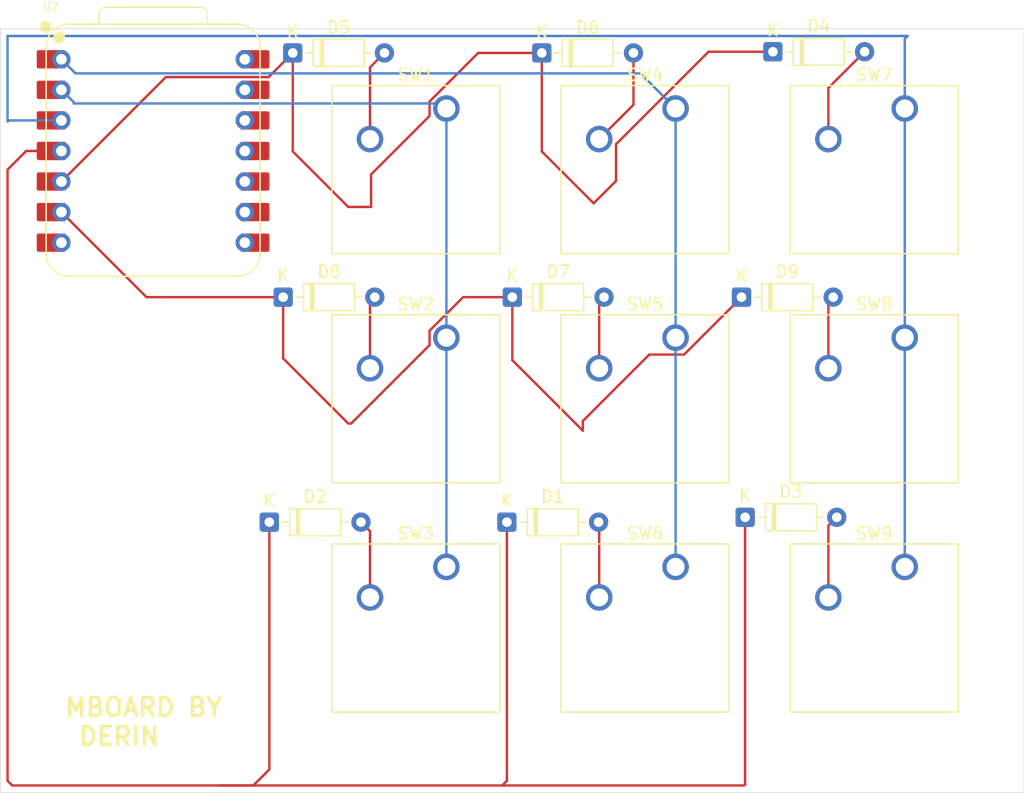
<source format=kicad_pcb>
(kicad_pcb (version 20241229) (generator "pcbnew") (generator_version "9.0")
  (layers (0 "F.Cu" signal) (2 "B.Cu" signal) (13 "F.Paste" user) (15 "B.Paste" user) (5 "F.SilkS" user "F.Silkscreen") (7 "B.SilkS" user "B.Silkscreen") (1 "F.Mask" user) (3 "B.Mask" user) (25 "Edge.Cuts" user))
  (net 0 "")
  (net 1 "GND")
  (net 2 "+5V")
  (net 3 "row1")
  (net 4 "Net-(D1-A)")
  (net 5 "Net-(D2-A)")
  (net 7 "Net-(D3-A)")
  (net 8 "Net-(D4-A)")
  (net 10 "row 2")
  (net 11 "Net-(D5-A)")
  (net 12 "Net-(D6-A)")
  (net 13 "Net-(D7-A)")
  (net 14 "row 3")
  (net 15 "Net-(D8-A)")
  (net 16 "Net-(D9-A)")
  (net 19 "col 1")
  (net 20 "col 3")
  (net 22 "col 2")
  (footprint "Button_Switch_Keyboard:SW_Cherry_MX_1.00u_PCB" (layer "F.Cu") (at 169.16 85.37)
    (property "Reference" "SW8" (at -2.54 -2.794 0) (layer "F.SilkS"))
    (property "Value" "SW_Push_45deg")
    (fp_line (start -9.525 -1.905) (end 4.445 -1.905) (stroke (width 0.12)) (layer "F.SilkS"))
    (fp_line (start -9.525 12.065) (end -9.525 -1.905) (stroke (width 0.12)) (layer "F.SilkS"))
    (fp_line (start 4.445 -1.905) (end 4.445 12.065) (stroke (width 0.12)) (layer "F.SilkS"))
    (fp_line (start 4.445 12.065) (end -9.525 12.065) (stroke (width 0.12)) (layer "F.SilkS"))
    (pad "" np_thru_hole circle (at -7.62 5.08) (size 1.7 1.7) (drill 1.7) (layers "*.Cu" "*.Mask"))
    (pad "" np_thru_hole circle (at -2.54 5.08) (size 4 4) (drill 4) (layers "*.Cu" "*.Mask"))
    (pad "" np_thru_hole circle (at 2.54 5.08) (size 1.7 1.7) (drill 1.7) (layers "*.Cu" "*.Mask"))
    (pad "1" thru_hole circle (at 0 0) (size 2.2 2.2) (drill 1.5) (layers "*.Cu" "*.Mask") (net 20 "col 3"))
    (pad "2" thru_hole circle (at -6.35 2.54) (size 2.2 2.2) (drill 1.5) (layers "*.Cu" "*.Mask") (net 16 "Net-(D9-A)"))
  )
  (footprint "Diode_THT:D_DO-35_SOD27_P7.62mm_Horizontal" (layer "F.Cu") (at 118.29 61.7)
    (property "Reference" "D5" (at 3.81 -2.12 0) (layer "F.SilkS"))
    (property "Value" "1N4148WT")
    (fp_line (start 1.04 0) (end 1.69 0) (stroke (width 0.12)) (layer "F.SilkS"))
    (fp_line (start 2.29 -1.12) (end 2.29 1.12) (stroke (width 0.12)) (layer "F.SilkS"))
    (fp_line (start 2.41 -1.12) (end 2.41 1.12) (stroke (width 0.12)) (layer "F.SilkS"))
    (fp_line (start 2.53 -1.12) (end 2.53 1.12) (stroke (width 0.12)) (layer "F.SilkS"))
    (fp_line (start 6.58 0) (end 5.93 0) (stroke (width 0.12)) (layer "F.SilkS"))
    (fp_rect (start 1.69 -1.12) (end 5.93 1.12) (stroke (width 0.12)) (fill no) (layer "F.SilkS"))
    (fp_text user "K" (at 0 -1.8 0) (layer "F.SilkS"))
    (pad "1" thru_hole roundrect (at 0 0) (size 1.6 1.6) (drill 0.8) (layers "*.Cu" "*.Mask") (roundrect_rratio 0.15625) (net 10 "row 2"))
    (pad "2" thru_hole circle (at 7.62 0) (size 1.6 1.6) (drill 0.8) (layers "*.Cu" "*.Mask") (net 11 "Net-(D5-A)"))
  )
  (footprint "Diode_THT:D_DO-35_SOD27_P7.62mm_Horizontal" (layer "F.Cu") (at 116.34 100.7)
    (property "Reference" "D2" (at 3.81 -2.12 0) (layer "F.SilkS"))
    (property "Value" "1N4148WT")
    (fp_line (start 1.04 0) (end 1.69 0) (stroke (width 0.12)) (layer "F.SilkS"))
    (fp_line (start 2.29 -1.12) (end 2.29 1.12) (stroke (width 0.12)) (layer "F.SilkS"))
    (fp_line (start 2.41 -1.12) (end 2.41 1.12) (stroke (width 0.12)) (layer "F.SilkS"))
    (fp_line (start 2.53 -1.12) (end 2.53 1.12) (stroke (width 0.12)) (layer "F.SilkS"))
    (fp_line (start 6.58 0) (end 5.93 0) (stroke (width 0.12)) (layer "F.SilkS"))
    (fp_rect (start 1.69 -1.12) (end 5.93 1.12) (stroke (width 0.12)) (fill no) (layer "F.SilkS"))
    (fp_text user "K" (at 0 -1.8 0) (layer "F.SilkS"))
    (pad "1" thru_hole roundrect (at 0 0) (size 1.6 1.6) (drill 0.8) (layers "*.Cu" "*.Mask") (roundrect_rratio 0.15625) (net 3 "row1"))
    (pad "2" thru_hole circle (at 7.62 0) (size 1.6 1.6) (drill 0.8) (layers "*.Cu" "*.Mask") (net 5 "Net-(D2-A)"))
  )
  (footprint "OPL:XIAO-RP2040-DIP" (layer "F.Cu") (at 106.68 69.85)
    (property "Reference" "U2" (at -8.5 -12 0) (layer "F.SilkS") (effects (font (size 0.635 0.635) (thickness 0.1016))))
    (property "Value" "XIAO-RP2040-DIP")
    (fp_line (start -8.89 8.509) (end -8.89 -8.636) (stroke (width 0.127)) (layer "F.SilkS"))
    (fp_line (start -6.985 10.414) (end 6.985 10.414) (stroke (width 0.127)) (layer "F.SilkS"))
    (fp_line (start -4.495 -10.541) (end -4.491272 -11.451272) (stroke (width 0.127)) (layer "F.SilkS"))
    (fp_line (start -3.991272 -11.951) (end 4.004 -11.951) (stroke (width 0.127)) (layer "F.SilkS"))
    (fp_line (start 4.504 -11.451) (end 4.504 -10.541) (stroke (width 0.127)) (layer "F.SilkS"))
    (fp_line (start 6.985 -10.541) (end -6.985 -10.541) (stroke (width 0.1)) (layer "F.SilkS"))
    (fp_line (start 6.985 -10.541) (end -6.985 -10.541) (stroke (width 0.127)) (layer "F.SilkS"))
    (fp_line (start 8.89 8.509) (end 8.89 -8.636) (stroke (width 0.127)) (layer "F.SilkS"))
    (fp_arc (start -8.89 -8.636) (mid -8.332038 -9.983038) (end -6.985 -10.541) (stroke (width 0.127)) (layer "F.SilkS"))
    (fp_arc (start -6.985 10.414) (mid -8.332038 9.856038) (end -8.89 8.509) (stroke (width 0.127)) (layer "F.SilkS"))
    (fp_arc (start -4.491272 -11.451272) (mid -4.344728 -11.80464) (end -3.991272 -11.951) (stroke (width 0.127)) (layer "F.SilkS"))
    (fp_arc (start 4.004 -11.951) (mid 4.357553 -11.804553) (end 4.504 -11.451) (stroke (width 0.127)) (layer "F.SilkS"))
    (fp_arc (start 6.985 -10.541) (mid 8.332038 -9.983038) (end 8.89 -8.636) (stroke (width 0.127)) (layer "F.SilkS"))
    (fp_arc (start 8.89 8.509) (mid 8.332038 9.856038) (end 6.985 10.414) (stroke (width 0.127)) (layer "F.SilkS"))
    (fp_circle (center -8.95 -10.3) (end -8.95 -10.554) (stroke (width 0.5)) (fill yes) (layer "F.SilkS"))
    (fp_circle (center -7.807 -9.42) (end -7.807 -9.674) (stroke (width 0.5)) (fill yes) (layer "F.SilkS"))
    (pad "1" smd roundrect (at -8.455 -7.62 180) (size 2.432 1.524) (layers "F.Cu" "F.Mask") (roundrect_rratio 0.1) (net 19 "col 1"))
    (pad "1" thru_hole circle (at -7.62 -7.62 180) (size 1.524 1.524) (drill 0.889) (layers "*.Cu" "*.Mask") (net 19 "col 1"))
    (pad "2" smd roundrect (at -8.455 -5.08 180) (size 2.432 1.524) (layers "F.Cu" "F.Mask") (roundrect_rratio 0.1) (net 22 "col 2"))
    (pad "2" thru_hole circle (at -7.62 -5.08 180) (size 1.524 1.524) (drill 0.889) (layers "*.Cu" "*.Mask") (net 22 "col 2"))
    (pad "3" smd roundrect (at -8.455 -2.54 180) (size 2.432 1.524) (layers "F.Cu" "F.Mask") (roundrect_rratio 0.1) (net 20 "col 3"))
    (pad "3" thru_hole circle (at -7.62 -2.54 180) (size 1.524 1.524) (drill 0.889) (layers "*.Cu" "*.Mask") (net 20 "col 3"))
    (pad "4" smd roundrect (at -8.455 0 180) (size 2.432 1.524) (layers "F.Cu" "F.Mask") (roundrect_rratio 0.1) (net 3 "row1"))
    (pad "4" thru_hole circle (at -7.62 0 180) (size 1.524 1.524) (drill 0.889) (layers "*.Cu" "*.Mask") (net 3 "row1"))
    (pad "5" smd roundrect (at -8.455 2.54 180) (size 2.432 1.524) (layers "F.Cu" "F.Mask") (roundrect_rratio 0.1) (net 10 "row 2"))
    (pad "5" thru_hole circle (at -7.62 2.54 180) (size 1.524 1.524) (drill 0.889) (layers "*.Cu" "*.Mask") (net 10 "row 2"))
    (pad "6" smd roundrect (at -8.455 5.08 180) (size 2.432 1.524) (layers "F.Cu" "F.Mask") (roundrect_rratio 0.1) (net 14 "row 3"))
    (pad "6" thru_hole circle (at -7.62 5.08 180) (size 1.524 1.524) (drill 0.889) (layers "*.Cu" "*.Mask") (net 14 "row 3"))
    (pad "7" smd roundrect (at -8.455 7.62 180) (size 2.432 1.524) (layers "F.Cu" "F.Mask") (roundrect_rratio 0.1))
    (pad "7" thru_hole circle (at -7.62 7.62 180) (size 1.524 1.524) (drill 0.889) (layers "*.Cu" "*.Mask"))
    (pad "8" thru_hole circle (at 7.62 7.62) (size 1.524 1.524) (drill 0.889) (layers "*.Cu" "*.Mask"))
    (pad "8" smd roundrect (at 8.455 7.62) (size 2.432 1.524) (layers "F.Cu" "F.Mask") (roundrect_rratio 0.1))
    (pad "9" thru_hole circle (at 7.62 5.08) (size 1.524 1.524) (drill 0.889) (layers "*.Cu" "*.Mask"))
    (pad "9" smd roundrect (at 8.455 5.08) (size 2.432 1.524) (layers "F.Cu" "F.Mask") (roundrect_rratio 0.1))
    (pad "10" thru_hole circle (at 7.62 2.54) (size 1.524 1.524) (drill 0.889) (layers "*.Cu" "*.Mask"))
    (pad "10" smd roundrect (at 8.455 2.54) (size 2.432 1.524) (layers "F.Cu" "F.Mask") (roundrect_rratio 0.1))
    (pad "11" thru_hole circle (at 7.62 0) (size 1.524 1.524) (drill 0.889) (layers "*.Cu" "*.Mask"))
    (pad "11" smd roundrect (at 8.455 0) (size 2.432 1.524) (layers "F.Cu" "F.Mask") (roundrect_rratio 0.1))
    (pad "12" thru_hole circle (at 7.62 -2.54) (size 1.524 1.524) (drill 0.889) (layers "*.Cu" "*.Mask"))
    (pad "12" smd roundrect (at 8.455 -2.54) (size 2.432 1.524) (layers "F.Cu" "F.Mask") (roundrect_rratio 0.1))
    (pad "13" thru_hole circle (at 7.62 -5.08) (size 1.524 1.524) (drill 0.889) (layers "*.Cu" "*.Mask") (net 1 "GND"))
    (pad "13" smd roundrect (at 8.455 -5.08) (size 2.432 1.524) (layers "F.Cu" "F.Mask") (roundrect_rratio 0.1) (net 1 "GND"))
    (pad "14" thru_hole circle (at 7.62 -7.62) (size 1.524 1.524) (drill 0.889) (layers "*.Cu" "*.Mask") (net 2 "+5V"))
    (pad "14" smd roundrect (at 8.455 -7.62) (size 2.432 1.524) (layers "F.Cu" "F.Mask") (roundrect_rratio 0.1) (net 2 "+5V"))
  )
  (footprint "Button_Switch_Keyboard:SW_Cherry_MX_1.00u_PCB" (layer "F.Cu") (at 169.16 66.32)
    (property "Reference" "SW7" (at -2.54 -2.794 0) (layer "F.SilkS"))
    (property "Value" "SW_Push_45deg")
    (fp_line (start -9.525 -1.905) (end 4.445 -1.905) (stroke (width 0.12)) (layer "F.SilkS"))
    (fp_line (start -9.525 12.065) (end -9.525 -1.905) (stroke (width 0.12)) (layer "F.SilkS"))
    (fp_line (start 4.445 -1.905) (end 4.445 12.065) (stroke (width 0.12)) (layer "F.SilkS"))
    (fp_line (start 4.445 12.065) (end -9.525 12.065) (stroke (width 0.12)) (layer "F.SilkS"))
    (pad "" np_thru_hole circle (at -7.62 5.08) (size 1.7 1.7) (drill 1.7) (layers "*.Cu" "*.Mask"))
    (pad "" np_thru_hole circle (at -2.54 5.08) (size 4 4) (drill 4) (layers "*.Cu" "*.Mask"))
    (pad "" np_thru_hole circle (at 2.54 5.08) (size 1.7 1.7) (drill 1.7) (layers "*.Cu" "*.Mask"))
    (pad "1" thru_hole circle (at 0 0) (size 2.2 2.2) (drill 1.5) (layers "*.Cu" "*.Mask") (net 20 "col 3"))
    (pad "2" thru_hole circle (at -6.35 2.54) (size 2.2 2.2) (drill 1.5) (layers "*.Cu" "*.Mask") (net 8 "Net-(D4-A)"))
  )
  (footprint "Diode_THT:D_DO-35_SOD27_P7.62mm_Horizontal" (layer "F.Cu") (at 155.89 100.3)
    (property "Reference" "D3" (at 3.81 -2.12 0) (layer "F.SilkS"))
    (property "Value" "1N4148WT")
    (fp_line (start 1.04 0) (end 1.69 0) (stroke (width 0.12)) (layer "F.SilkS"))
    (fp_line (start 2.29 -1.12) (end 2.29 1.12) (stroke (width 0.12)) (layer "F.SilkS"))
    (fp_line (start 2.41 -1.12) (end 2.41 1.12) (stroke (width 0.12)) (layer "F.SilkS"))
    (fp_line (start 2.53 -1.12) (end 2.53 1.12) (stroke (width 0.12)) (layer "F.SilkS"))
    (fp_line (start 6.58 0) (end 5.93 0) (stroke (width 0.12)) (layer "F.SilkS"))
    (fp_rect (start 1.69 -1.12) (end 5.93 1.12) (stroke (width 0.12)) (fill no) (layer "F.SilkS"))
    (fp_text user "K" (at 0 -1.8 0) (layer "F.SilkS"))
    (pad "1" thru_hole roundrect (at 0 0) (size 1.6 1.6) (drill 0.8) (layers "*.Cu" "*.Mask") (roundrect_rratio 0.15625) (net 3 "row1"))
    (pad "2" thru_hole circle (at 7.62 0) (size 1.6 1.6) (drill 0.8) (layers "*.Cu" "*.Mask") (net 7 "Net-(D3-A)"))
  )
  (footprint "Diode_THT:D_DO-35_SOD27_P7.62mm_Horizontal" (layer "F.Cu") (at 158.2 61.6)
    (property "Reference" "D4" (at 3.81 -2.12 0) (layer "F.SilkS"))
    (property "Value" "1N4148WT")
    (fp_line (start 1.04 0) (end 1.69 0) (stroke (width 0.12)) (layer "F.SilkS"))
    (fp_line (start 2.29 -1.12) (end 2.29 1.12) (stroke (width 0.12)) (layer "F.SilkS"))
    (fp_line (start 2.41 -1.12) (end 2.41 1.12) (stroke (width 0.12)) (layer "F.SilkS"))
    (fp_line (start 2.53 -1.12) (end 2.53 1.12) (stroke (width 0.12)) (layer "F.SilkS"))
    (fp_line (start 6.58 0) (end 5.93 0) (stroke (width 0.12)) (layer "F.SilkS"))
    (fp_rect (start 1.69 -1.12) (end 5.93 1.12) (stroke (width 0.12)) (fill no) (layer "F.SilkS"))
    (fp_text user "K" (at 0 -1.8 0) (layer "F.SilkS"))
    (pad "1" thru_hole roundrect (at 0 0) (size 1.6 1.6) (drill 0.8) (layers "*.Cu" "*.Mask") (roundrect_rratio 0.15625) (net 10 "row 2"))
    (pad "2" thru_hole circle (at 7.62 0) (size 1.6 1.6) (drill 0.8) (layers "*.Cu" "*.Mask") (net 8 "Net-(D4-A)"))
  )
  (footprint "Diode_THT:D_DO-35_SOD27_P7.62mm_Horizontal" (layer "F.Cu") (at 136.54 82)
    (property "Reference" "D7" (at 3.81 -2.12 0) (layer "F.SilkS"))
    (property "Value" "1N4148WT")
    (fp_line (start 1.04 0) (end 1.69 0) (stroke (width 0.12)) (layer "F.SilkS"))
    (fp_line (start 2.29 -1.12) (end 2.29 1.12) (stroke (width 0.12)) (layer "F.SilkS"))
    (fp_line (start 2.41 -1.12) (end 2.41 1.12) (stroke (width 0.12)) (layer "F.SilkS"))
    (fp_line (start 2.53 -1.12) (end 2.53 1.12) (stroke (width 0.12)) (layer "F.SilkS"))
    (fp_line (start 6.58 0) (end 5.93 0) (stroke (width 0.12)) (layer "F.SilkS"))
    (fp_rect (start 1.69 -1.12) (end 5.93 1.12) (stroke (width 0.12)) (fill no) (layer "F.SilkS"))
    (fp_text user "K" (at 0 -1.8 0) (layer "F.SilkS"))
    (pad "1" thru_hole roundrect (at 0 0) (size 1.6 1.6) (drill 0.8) (layers "*.Cu" "*.Mask") (roundrect_rratio 0.15625) (net 14 "row 3"))
    (pad "2" thru_hole circle (at 7.62 0) (size 1.6 1.6) (drill 0.8) (layers "*.Cu" "*.Mask") (net 13 "Net-(D7-A)"))
  )
  (footprint "Button_Switch_Keyboard:SW_Cherry_MX_1.00u_PCB" (layer "F.Cu") (at 150.11 85.37)
    (property "Reference" "SW5" (at -2.54 -2.794 0) (layer "F.SilkS"))
    (property "Value" "SW_Push_45deg")
    (fp_line (start -9.525 -1.905) (end 4.445 -1.905) (stroke (width 0.12)) (layer "F.SilkS"))
    (fp_line (start -9.525 12.065) (end -9.525 -1.905) (stroke (width 0.12)) (layer "F.SilkS"))
    (fp_line (start 4.445 -1.905) (end 4.445 12.065) (stroke (width 0.12)) (layer "F.SilkS"))
    (fp_line (start 4.445 12.065) (end -9.525 12.065) (stroke (width 0.12)) (layer "F.SilkS"))
    (pad "" np_thru_hole circle (at -7.62 5.08) (size 1.7 1.7) (drill 1.7) (layers "*.Cu" "*.Mask"))
    (pad "" np_thru_hole circle (at -2.54 5.08) (size 4 4) (drill 4) (layers "*.Cu" "*.Mask"))
    (pad "" np_thru_hole circle (at 2.54 5.08) (size 1.7 1.7) (drill 1.7) (layers "*.Cu" "*.Mask"))
    (pad "1" thru_hole circle (at 0 0) (size 2.2 2.2) (drill 1.5) (layers "*.Cu" "*.Mask") (net 19 "col 1"))
    (pad "2" thru_hole circle (at -6.35 2.54) (size 2.2 2.2) (drill 1.5) (layers "*.Cu" "*.Mask") (net 13 "Net-(D7-A)"))
  )
  (footprint "Diode_THT:D_DO-35_SOD27_P7.62mm_Horizontal" (layer "F.Cu") (at 138.99 61.7)
    (property "Reference" "D6" (at 3.81 -2.12 0) (layer "F.SilkS"))
    (property "Value" "1N4148WT")
    (fp_line (start 1.04 0) (end 1.69 0) (stroke (width 0.12)) (layer "F.SilkS"))
    (fp_line (start 2.29 -1.12) (end 2.29 1.12) (stroke (width 0.12)) (layer "F.SilkS"))
    (fp_line (start 2.41 -1.12) (end 2.41 1.12) (stroke (width 0.12)) (layer "F.SilkS"))
    (fp_line (start 2.53 -1.12) (end 2.53 1.12) (stroke (width 0.12)) (layer "F.SilkS"))
    (fp_line (start 6.58 0) (end 5.93 0) (stroke (width 0.12)) (layer "F.SilkS"))
    (fp_rect (start 1.69 -1.12) (end 5.93 1.12) (stroke (width 0.12)) (fill no) (layer "F.SilkS"))
    (fp_text user "K" (at 0 -1.8 0) (layer "F.SilkS"))
    (pad "1" thru_hole roundrect (at 0 0) (size 1.6 1.6) (drill 0.8) (layers "*.Cu" "*.Mask") (roundrect_rratio 0.15625) (net 10 "row 2"))
    (pad "2" thru_hole circle (at 7.62 0) (size 1.6 1.6) (drill 0.8) (layers "*.Cu" "*.Mask") (net 12 "Net-(D6-A)"))
  )
  (footprint "Button_Switch_Keyboard:SW_Cherry_MX_1.00u_PCB" (layer "F.Cu") (at 169.16 104.42)
    (property "Reference" "SW9" (at -2.54 -2.794 0) (layer "F.SilkS"))
    (property "Value" "SW_Push_45deg")
    (fp_line (start -9.525 -1.905) (end 4.445 -1.905) (stroke (width 0.12)) (layer "F.SilkS"))
    (fp_line (start -9.525 12.065) (end -9.525 -1.905) (stroke (width 0.12)) (layer "F.SilkS"))
    (fp_line (start 4.445 -1.905) (end 4.445 12.065) (stroke (width 0.12)) (layer "F.SilkS"))
    (fp_line (start 4.445 12.065) (end -9.525 12.065) (stroke (width 0.12)) (layer "F.SilkS"))
    (pad "" np_thru_hole circle (at -7.62 5.08) (size 1.7 1.7) (drill 1.7) (layers "*.Cu" "*.Mask"))
    (pad "" np_thru_hole circle (at -2.54 5.08) (size 4 4) (drill 4) (layers "*.Cu" "*.Mask"))
    (pad "" np_thru_hole circle (at 2.54 5.08) (size 1.7 1.7) (drill 1.7) (layers "*.Cu" "*.Mask"))
    (pad "1" thru_hole circle (at 0 0) (size 2.2 2.2) (drill 1.5) (layers "*.Cu" "*.Mask") (net 20 "col 3"))
    (pad "2" thru_hole circle (at -6.35 2.54) (size 2.2 2.2) (drill 1.5) (layers "*.Cu" "*.Mask") (net 7 "Net-(D3-A)"))
  )
  (footprint "Button_Switch_Keyboard:SW_Cherry_MX_1.00u_PCB" (layer "F.Cu") (at 131.06 66.32)
    (property "Reference" "SW1" (at -2.54 -2.794 0) (layer "F.SilkS"))
    (property "Value" "SW_Push_45deg")
    (fp_line (start -9.525 -1.905) (end 4.445 -1.905) (stroke (width 0.12)) (layer "F.SilkS"))
    (fp_line (start -9.525 12.065) (end -9.525 -1.905) (stroke (width 0.12)) (layer "F.SilkS"))
    (fp_line (start 4.445 -1.905) (end 4.445 12.065) (stroke (width 0.12)) (layer "F.SilkS"))
    (fp_line (start 4.445 12.065) (end -9.525 12.065) (stroke (width 0.12)) (layer "F.SilkS"))
    (pad "" np_thru_hole circle (at -7.62 5.08) (size 1.7 1.7) (drill 1.7) (layers "*.Cu" "*.Mask"))
    (pad "" np_thru_hole circle (at -2.54 5.08) (size 4 4) (drill 4) (layers "*.Cu" "*.Mask"))
    (pad "" np_thru_hole circle (at 2.54 5.08) (size 1.7 1.7) (drill 1.7) (layers "*.Cu" "*.Mask"))
    (pad "1" thru_hole circle (at 0 0) (size 2.2 2.2) (drill 1.5) (layers "*.Cu" "*.Mask") (net 22 "col 2"))
    (pad "2" thru_hole circle (at -6.35 2.54) (size 2.2 2.2) (drill 1.5) (layers "*.Cu" "*.Mask") (net 11 "Net-(D5-A)"))
  )
  (footprint "Diode_THT:D_DO-35_SOD27_P7.62mm_Horizontal" (layer "F.Cu") (at 136.09 100.7)
    (property "Reference" "D1" (at 3.81 -2.12 0) (layer "F.SilkS"))
    (property "Value" "1N4148WT")
    (fp_line (start 1.04 0) (end 1.69 0) (stroke (width 0.12)) (layer "F.SilkS"))
    (fp_line (start 2.29 -1.12) (end 2.29 1.12) (stroke (width 0.12)) (layer "F.SilkS"))
    (fp_line (start 2.41 -1.12) (end 2.41 1.12) (stroke (width 0.12)) (layer "F.SilkS"))
    (fp_line (start 2.53 -1.12) (end 2.53 1.12) (stroke (width 0.12)) (layer "F.SilkS"))
    (fp_line (start 6.58 0) (end 5.93 0) (stroke (width 0.12)) (layer "F.SilkS"))
    (fp_rect (start 1.69 -1.12) (end 5.93 1.12) (stroke (width 0.12)) (fill no) (layer "F.SilkS"))
    (fp_text user "K" (at 0 -1.8 0) (layer "F.SilkS"))
    (pad "1" thru_hole roundrect (at 0 0) (size 1.6 1.6) (drill 0.8) (layers "*.Cu" "*.Mask") (roundrect_rratio 0.15625) (net 3 "row1"))
    (pad "2" thru_hole circle (at 7.62 0) (size 1.6 1.6) (drill 0.8) (layers "*.Cu" "*.Mask") (net 4 "Net-(D1-A)"))
  )
  (footprint "Button_Switch_Keyboard:SW_Cherry_MX_1.00u_PCB" (layer "F.Cu") (at 131.06 104.42)
    (property "Reference" "SW3" (at -2.54 -2.794 0) (layer "F.SilkS"))
    (property "Value" "SW_Push_45deg")
    (fp_line (start -9.525 -1.905) (end 4.445 -1.905) (stroke (width 0.12)) (layer "F.SilkS"))
    (fp_line (start -9.525 12.065) (end -9.525 -1.905) (stroke (width 0.12)) (layer "F.SilkS"))
    (fp_line (start 4.445 -1.905) (end 4.445 12.065) (stroke (width 0.12)) (layer "F.SilkS"))
    (fp_line (start 4.445 12.065) (end -9.525 12.065) (stroke (width 0.12)) (layer "F.SilkS"))
    (pad "" np_thru_hole circle (at -7.62 5.08) (size 1.7 1.7) (drill 1.7) (layers "*.Cu" "*.Mask"))
    (pad "" np_thru_hole circle (at -2.54 5.08) (size 4 4) (drill 4) (layers "*.Cu" "*.Mask"))
    (pad "" np_thru_hole circle (at 2.54 5.08) (size 1.7 1.7) (drill 1.7) (layers "*.Cu" "*.Mask"))
    (pad "1" thru_hole circle (at 0 0) (size 2.2 2.2) (drill 1.5) (layers "*.Cu" "*.Mask") (net 22 "col 2"))
    (pad "2" thru_hole circle (at -6.35 2.54) (size 2.2 2.2) (drill 1.5) (layers "*.Cu" "*.Mask") (net 5 "Net-(D2-A)"))
  )
  (footprint "Button_Switch_Keyboard:SW_Cherry_MX_1.00u_PCB" (layer "F.Cu") (at 150.11 104.42)
    (property "Reference" "SW6" (at -2.54 -2.794 0) (layer "F.SilkS"))
    (property "Value" "SW_Push_45deg")
    (fp_line (start -9.525 -1.905) (end 4.445 -1.905) (stroke (width 0.12)) (layer "F.SilkS"))
    (fp_line (start -9.525 12.065) (end -9.525 -1.905) (stroke (width 0.12)) (layer "F.SilkS"))
    (fp_line (start 4.445 -1.905) (end 4.445 12.065) (stroke (width 0.12)) (layer "F.SilkS"))
    (fp_line (start 4.445 12.065) (end -9.525 12.065) (stroke (width 0.12)) (layer "F.SilkS"))
    (pad "" np_thru_hole circle (at -7.62 5.08) (size 1.7 1.7) (drill 1.7) (layers "*.Cu" "*.Mask"))
    (pad "" np_thru_hole circle (at -2.54 5.08) (size 4 4) (drill 4) (layers "*.Cu" "*.Mask"))
    (pad "" np_thru_hole circle (at 2.54 5.08) (size 1.7 1.7) (drill 1.7) (layers "*.Cu" "*.Mask"))
    (pad "1" thru_hole circle (at 0 0) (size 2.2 2.2) (drill 1.5) (layers "*.Cu" "*.Mask") (net 19 "col 1"))
    (pad "2" thru_hole circle (at -6.35 2.54) (size 2.2 2.2) (drill 1.5) (layers "*.Cu" "*.Mask") (net 4 "Net-(D1-A)"))
  )
  (footprint "Button_Switch_Keyboard:SW_Cherry_MX_1.00u_PCB" (layer "F.Cu") (at 150.11 66.32)
    (property "Reference" "SW4" (at -2.54 -2.794 0) (layer "F.SilkS"))
    (property "Value" "SW_Push_45deg")
    (fp_line (start -9.525 -1.905) (end 4.445 -1.905) (stroke (width 0.12)) (layer "F.SilkS"))
    (fp_line (start -9.525 12.065) (end -9.525 -1.905) (stroke (width 0.12)) (layer "F.SilkS"))
    (fp_line (start 4.445 -1.905) (end 4.445 12.065) (stroke (width 0.12)) (layer "F.SilkS"))
    (fp_line (start 4.445 12.065) (end -9.525 12.065) (stroke (width 0.12)) (layer "F.SilkS"))
    (pad "" np_thru_hole circle (at -7.62 5.08) (size 1.7 1.7) (drill 1.7) (layers "*.Cu" "*.Mask"))
    (pad "" np_thru_hole circle (at -2.54 5.08) (size 4 4) (drill 4) (layers "*.Cu" "*.Mask"))
    (pad "" np_thru_hole circle (at 2.54 5.08) (size 1.7 1.7) (drill 1.7) (layers "*.Cu" "*.Mask"))
    (pad "1" thru_hole circle (at 0 0) (size 2.2 2.2) (drill 1.5) (layers "*.Cu" "*.Mask") (net 19 "col 1"))
    (pad "2" thru_hole circle (at -6.35 2.54) (size 2.2 2.2) (drill 1.5) (layers "*.Cu" "*.Mask") (net 12 "Net-(D6-A)"))
  )
  (footprint "Button_Switch_Keyboard:SW_Cherry_MX_1.00u_PCB" (layer "F.Cu") (at 131.06 85.37)
    (property "Reference" "SW2" (at -2.54 -2.794 0) (layer "F.SilkS"))
    (property "Value" "SW_Push_45deg")
    (fp_line (start -9.525 -1.905) (end 4.445 -1.905) (stroke (width 0.12)) (layer "F.SilkS"))
    (fp_line (start -9.525 12.065) (end -9.525 -1.905) (stroke (width 0.12)) (layer "F.SilkS"))
    (fp_line (start 4.445 -1.905) (end 4.445 12.065) (stroke (width 0.12)) (layer "F.SilkS"))
    (fp_line (start 4.445 12.065) (end -9.525 12.065) (stroke (width 0.12)) (layer "F.SilkS"))
    (pad "" np_thru_hole circle (at -7.62 5.08) (size 1.7 1.7) (drill 1.7) (layers "*.Cu" "*.Mask"))
    (pad "" np_thru_hole circle (at -2.54 5.08) (size 4 4) (drill 4) (layers "*.Cu" "*.Mask"))
    (pad "" np_thru_hole circle (at 2.54 5.08) (size 1.7 1.7) (drill 1.7) (layers "*.Cu" "*.Mask"))
    (pad "1" thru_hole circle (at 0 0) (size 2.2 2.2) (drill 1.5) (layers "*.Cu" "*.Mask") (net 22 "col 2"))
    (pad "2" thru_hole circle (at -6.35 2.54) (size 2.2 2.2) (drill 1.5) (layers "*.Cu" "*.Mask") (net 15 "Net-(D8-A)"))
  )
  (footprint "Diode_THT:D_DO-35_SOD27_P7.62mm_Horizontal" (layer "F.Cu") (at 117.49 82)
    (property "Reference" "D8" (at 3.81 -2.12 0) (layer "F.SilkS"))
    (property "Value" "1N4148WT")
    (fp_line (start 1.04 0) (end 1.69 0) (stroke (width 0.12)) (layer "F.SilkS"))
    (fp_line (start 2.29 -1.12) (end 2.29 1.12) (stroke (width 0.12)) (layer "F.SilkS"))
    (fp_line (start 2.41 -1.12) (end 2.41 1.12) (stroke (width 0.12)) (layer "F.SilkS"))
    (fp_line (start 2.53 -1.12) (end 2.53 1.12) (stroke (width 0.12)) (layer "F.SilkS"))
    (fp_line (start 6.58 0) (end 5.93 0) (stroke (width 0.12)) (layer "F.SilkS"))
    (fp_rect (start 1.69 -1.12) (end 5.93 1.12) (stroke (width 0.12)) (fill no) (layer "F.SilkS"))
    (fp_text user "K" (at 0 -1.8 0) (layer "F.SilkS"))
    (pad "1" thru_hole roundrect (at 0 0) (size 1.6 1.6) (drill 0.8) (layers "*.Cu" "*.Mask") (roundrect_rratio 0.15625) (net 14 "row 3"))
    (pad "2" thru_hole circle (at 7.62 0) (size 1.6 1.6) (drill 0.8) (layers "*.Cu" "*.Mask") (net 15 "Net-(D8-A)"))
  )
  (footprint "Diode_THT:D_DO-35_SOD27_P7.62mm_Horizontal" (layer "F.Cu") (at 155.59 82)
    (property "Reference" "D9" (at 3.81 -2.12 0) (layer "F.SilkS"))
    (property "Value" "1N4148WT")
    (fp_line (start 1.04 0) (end 1.69 0) (stroke (width 0.12)) (layer "F.SilkS"))
    (fp_line (start 2.29 -1.12) (end 2.29 1.12) (stroke (width 0.12)) (layer "F.SilkS"))
    (fp_line (start 2.41 -1.12) (end 2.41 1.12) (stroke (width 0.12)) (layer "F.SilkS"))
    (fp_line (start 2.53 -1.12) (end 2.53 1.12) (stroke (width 0.12)) (layer "F.SilkS"))
    (fp_line (start 6.58 0) (end 5.93 0) (stroke (width 0.12)) (layer "F.SilkS"))
    (fp_rect (start 1.69 -1.12) (end 5.93 1.12) (stroke (width 0.12)) (fill no) (layer "F.SilkS"))
    (fp_text user "K" (at 0 -1.8 0) (layer "F.SilkS"))
    (pad "1" thru_hole roundrect (at 0 0) (size 1.6 1.6) (drill 0.8) (layers "*.Cu" "*.Mask") (roundrect_rratio 0.15625) (net 14 "row 3"))
    (pad "2" thru_hole circle (at 7.62 0) (size 1.6 1.6) (drill 0.8) (layers "*.Cu" "*.Mask") (net 16 "Net-(D9-A)"))
  )
  (gr_rect (start 93.98 59.69) (end 179.07 123.19) (stroke (width 0.05)) (fill no) (layer "Edge.Cuts"))
  (gr_text "MBOARD BY\n DERIN" (at 99.2 119.4 0) (layer "F.SilkS") (effects (font (size 1.5 1.5) (thickness 0.3) (bold yes)) (justify left bottom)))
  (segment (start 94.581 71.4) (end 94.581 122.2) (width 0.2) (layer "F.Cu") (net 3))
  (segment (start 115.011 122.589) (end 112.1 122.589) (width 0.2) (layer "F.Cu") (net 3))
  (segment (start 136.09 100.7) (end 136.09 122.199) (width 0.2) (layer "F.Cu") (net 3))
  (segment (start 136.09 122.199) (end 135.7 122.589) (width 0.2) (layer "F.Cu") (net 3))
  (segment (start 155.89 122.499) (end 155.89 100.3) (width 0.2) (layer "F.Cu") (net 3))
  (segment (start 94.97 122.589) (end 135.7 122.589) (width 0.2) (layer "F.Cu") (net 3))
  (segment (start 99.06 69.85) (end 96.131 69.85) (width 0.2) (layer "F.Cu") (net 3))
  (segment (start 96.131 69.85) (end 94.581 71.4) (width 0.2) (layer "F.Cu") (net 3))
  (segment (start 135.7 122.589) (end 155.8 122.589) (width 0.2) (layer "F.Cu") (net 3))
  (segment (start 116.34 100.7) (end 116.34 121.26) (width 0.2) (layer "F.Cu") (net 3))
  (segment (start 116.34 121.26) (end 115.5 122.1) (width 0.2) (layer "F.Cu") (net 3))
  (segment (start 155.8 122.589) (end 155.89 122.499) (width 0.2) (layer "F.Cu") (net 3))
  (segment (start 115.5 122.1) (end 115.011 122.589) (width 0.2) (layer "F.Cu") (net 3))
  (segment (start 94.581 122.2) (end 94.97 122.589) (width 0.2) (layer "F.Cu") (net 3))
  (segment (start 143.76 106.96) (end 143.76 100.75) (width 0.2) (layer "F.Cu") (net 4))
  (segment (start 143.76 100.75) (end 143.71 100.7) (width 0.2) (layer "F.Cu") (net 4))
  (segment (start 124.71 101.45) (end 123.96 100.7) (width 0.2) (layer "F.Cu") (net 5))
  (segment (start 124.71 106.96) (end 124.71 101.45) (width 0.2) (layer "F.Cu") (net 5))
  (segment (start 162.81 101) (end 163.51 100.3) (width 0.2) (layer "F.Cu") (net 7))
  (segment (start 162.81 106.96) (end 162.81 101) (width 0.2) (layer "F.Cu") (net 7))
  (segment (start 162.81 64.61) (end 165.82 61.6) (width 0.2) (layer "F.Cu") (net 8))
  (segment (start 162.81 68.86) (end 162.81 64.61) (width 0.2) (layer "F.Cu") (net 8))
  (segment (start 124.8 74.5) (end 124.8 71.795184) (width 0.2) (layer "F.Cu") (net 10))
  (segment (start 129.659 66.936184) (end 129.659 65.739686) (width 0.2) (layer "F.Cu") (net 10))
  (segment (start 143.3 74.2) (end 145.161 72.339) (width 0.2) (layer "F.Cu") (net 10))
  (segment (start 116.283 63.707) (end 118.29 61.7) (width 0.2) (layer "F.Cu") (net 10))
  (segment (start 107.743 63.707) (end 116.283 63.707) (width 0.2) (layer "F.Cu") (net 10))
  (segment (start 145.161 69.287686) (end 152.848686 61.6) (width 0.2) (layer "F.Cu") (net 10))
  (segment (start 152.848686 61.6) (end 158.2 61.6) (width 0.2) (layer "F.Cu") (net 10))
  (segment (start 99.06 72.39) (end 107.743 63.707) (width 0.2) (layer "F.Cu") (net 10))
  (segment (start 118.29 61.7) (end 118.29 69.89) (width 0.2) (layer "F.Cu") (net 10))
  (segment (start 138.99 61.7) (end 138.99 69.89) (width 0.2) (layer "F.Cu") (net 10))
  (segment (start 133.698686 61.7) (end 138.99 61.7) (width 0.2) (layer "F.Cu") (net 10))
  (segment (start 129.659 65.739686) (end 133.698686 61.7) (width 0.2) (layer "F.Cu") (net 10))
  (segment (start 122.9 74.5) (end 124.8 74.5) (width 0.2) (layer "F.Cu") (net 10))
  (segment (start 118.29 69.89) (end 122.9 74.5) (width 0.2) (layer "F.Cu") (net 10))
  (segment (start 124.8 71.795184) (end 129.659 66.936184) (width 0.2) (layer "F.Cu") (net 10))
  (segment (start 145.161 72.339) (end 145.161 69.287686) (width 0.2) (layer "F.Cu") (net 10))
  (segment (start 138.99 69.89) (end 143.3 74.2) (width 0.2) (layer "F.Cu") (net 10))
  (segment (start 124.71 68.86) (end 124.71 62.9) (width 0.2) (layer "F.Cu") (net 11))
  (segment (start 124.71 62.9) (end 125.91 61.7) (width 0.2) (layer "F.Cu") (net 11))
  (segment (start 146.61 66.01) (end 146.61 61.7) (width 0.2) (layer "F.Cu") (net 12))
  (segment (start 143.76 68.86) (end 146.61 66.01) (width 0.2) (layer "F.Cu") (net 12))
  (segment (start 143.76 82.4) (end 144.16 82) (width 0.2) (layer "F.Cu") (net 13))
  (segment (start 143.76 87.91) (end 143.76 82.4) (width 0.2) (layer "F.Cu") (net 13))
  (segment (start 129.659 84.789686) (end 132.448686 82) (width 0.2) (layer "F.Cu") (net 14))
  (segment (start 117.49 87.09) (end 122.9 92.5) (width 0.2) (layer "F.Cu") (net 14))
  (segment (start 150.819 86.771) (end 155.59 82) (width 0.2) (layer "F.Cu") (net 14))
  (segment (start 117.49 82) (end 117.49 87.09) (width 0.2) (layer "F.Cu") (net 14))
  (segment (start 136.54 87.24) (end 142.4 93.1) (width 0.2) (layer "F.Cu") (net 14))
  (segment (start 123.145184 92.5) (end 129.659 85.986184) (width 0.2) (layer "F.Cu") (net 14))
  (segment (start 129.659 85.986184) (end 129.659 84.789686) (width 0.2) (layer "F.Cu") (net 14))
  (segment (start 99.06 74.93) (end 106.13 82) (width 0.2) (layer "F.Cu") (net 14))
  (segment (start 142.4 92.295184) (end 147.924184 86.771) (width 0.2) (layer "F.Cu") (net 14))
  (segment (start 132.448686 82) (end 136.54 82) (width 0.2) (layer "F.Cu") (net 14))
  (segment (start 142.4 93.1) (end 142.4 92.295184) (width 0.2) (layer "F.Cu") (net 14))
  (segment (start 106.13 82) (end 117.49 82) (width 0.2) (layer "F.Cu") (net 14))
  (segment (start 122.9 92.5) (end 123.145184 92.5) (width 0.2) (layer "F.Cu") (net 14))
  (segment (start 147.924184 86.771) (end 150.819 86.771) (width 0.2) (layer "F.Cu") (net 14))
  (segment (start 136.54 82) (end 136.54 87.24) (width 0.2) (layer "F.Cu") (net 14))
  (segment (start 124.71 87.91) (end 124.71 82.4) (width 0.2) (layer "F.Cu") (net 15))
  (segment (start 124.71 82.4) (end 125.11 82) (width 0.2) (layer "F.Cu") (net 15))
  (segment (start 162.81 87.91) (end 162.81 82.4) (width 0.2) (layer "F.Cu") (net 16))
  (segment (start 162.81 82.4) (end 163.21 82) (width 0.2) (layer "F.Cu") (net 16))
  (segment (start 100.23 63.4) (end 147.19 63.4) (width 0.2) (layer "B.Cu") (net 19))
  (segment (start 99.06 62.23) (end 100.23 63.4) (width 0.2) (layer "B.Cu") (net 19))
  (segment (start 147.19 63.4) (end 150.11 66.32) (width 0.2) (layer "B.Cu") (net 19))
  (segment (start 150.11 66.32) (end 150.11 104.42) (width 0.2) (layer "B.Cu") (net 19))
  (segment (start 169.16 104.42) (end 169.16 66.32) (width 0.2) (layer "B.Cu") (net 20))
  (segment (start 94.69 67.31) (end 99.06 67.31) (width 0.2) (layer "B.Cu") (net 20))
  (segment (start 169.4 60.291) (end 94.581 60.291) (width 0.2) (layer "B.Cu") (net 20))
  (segment (start 94.581 60.291) (end 94.581 67.381) (width 0.2) (layer "B.Cu") (net 20))
  (segment (start 169.16 60.531) (end 169.4 60.291) (width 0.2) (layer "B.Cu") (net 20))
  (segment (start 94.581 67.381) (end 94.6 67.4) (width 0.2) (layer "B.Cu") (net 20))
  (segment (start 94.6 67.4) (end 94.69 67.31) (width 0.2) (layer "B.Cu") (net 20))
  (segment (start 169.16 66.32) (end 169.16 60.531) (width 0.2) (layer "B.Cu") (net 20))
  (segment (start 100.082 65.792) (end 99.06 64.77) (width 0.2) (layer "B.Cu") (net 22))
  (segment (start 130.64 65.9) (end 131.06 66.32) (width 0.2) (layer "B.Cu") (net 22))
  (segment (start 100.082 65.9) (end 130.64 65.9) (width 0.2) (layer "B.Cu") (net 22))
  (segment (start 100.082 65.9) (end 100.082 65.792) (width 0.2) (layer "B.Cu") (net 22))
  (segment (start 131.06 66.32) (end 131.06 104.42) (width 0.2) (layer "B.Cu") (net 22))
)
</source>
